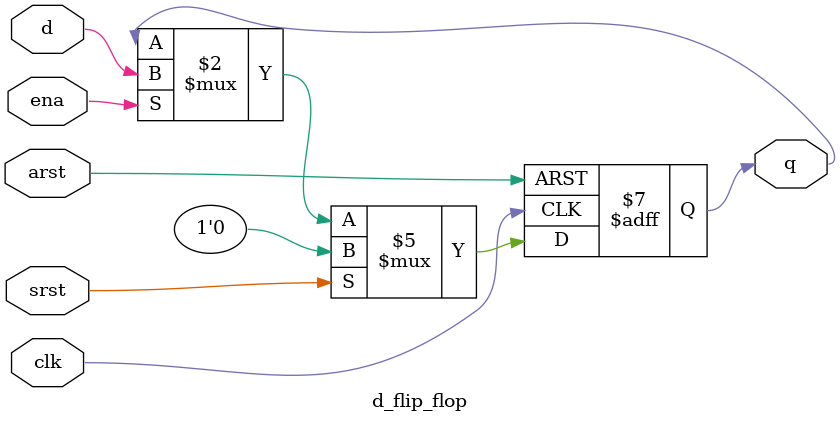
<source format=sv>
`ifndef FLIPFLOP_SV
`define FLIPFLOP_SV

module d_flip_flop #(parameter WIDTH=1) (
input wire clk,
input wire ena,
input wire [WIDTH-1:0] d,
input wire srst,
input wire arst,
output reg [WIDTH-1:0] q );

always @(posedge clk,posedge arst) begin
	if(arst) begin
		q <= 0;
	end else begin
		if(srst) begin
			q <= 0;
		end else begin
			if(ena) begin
				q <= d;
			end
		end
	end
end

endmodule

`endif
</source>
